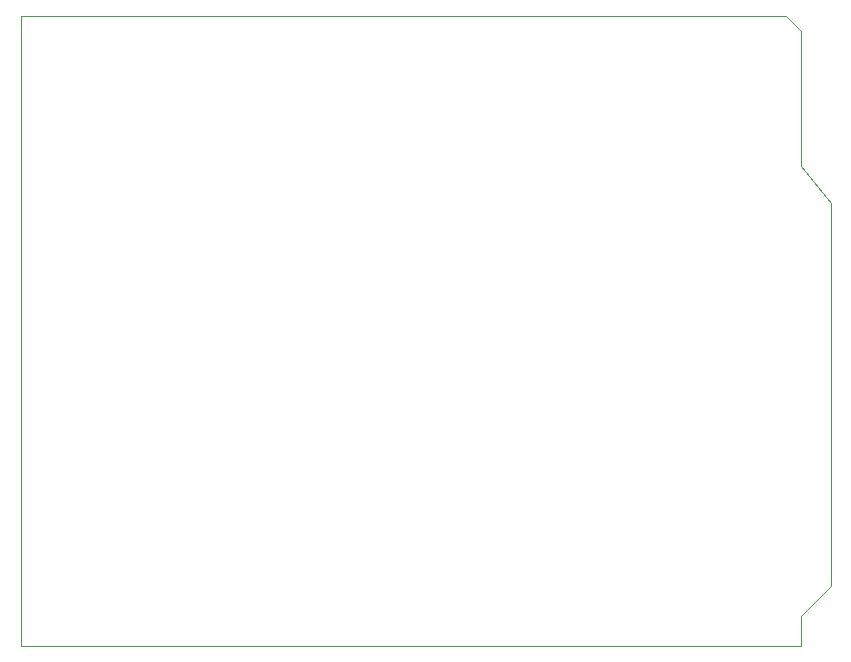
<source format=gbr>
G04 #@! TF.GenerationSoftware,KiCad,Pcbnew,(5.1.5)-3*
G04 #@! TF.CreationDate,2020-03-13T10:57:18-04:00*
G04 #@! TF.ProjectId,StupidDogFocuserPCB,53747570-6964-4446-9f67-466f63757365,1*
G04 #@! TF.SameCoordinates,Original*
G04 #@! TF.FileFunction,Profile,NP*
%FSLAX46Y46*%
G04 Gerber Fmt 4.6, Leading zero omitted, Abs format (unit mm)*
G04 Created by KiCad (PCBNEW (5.1.5)-3) date 2020-03-13 10:57:18*
%MOMM*%
%LPD*%
G04 APERTURE LIST*
%ADD10C,0.050000*%
G04 APERTURE END LIST*
D10*
X95250000Y-110490000D02*
X95250000Y-57150000D01*
X161290000Y-110490000D02*
X161290000Y-107950000D01*
X161290000Y-110490000D02*
X95250000Y-110490000D01*
X161290000Y-109855000D02*
X161290000Y-109855000D01*
X163830000Y-105410000D02*
X161290000Y-107950000D01*
X163830000Y-73025000D02*
X163830000Y-105410000D01*
X161290000Y-69850000D02*
X163830000Y-73025000D01*
X161290000Y-58420000D02*
X161290000Y-69850000D01*
X160020000Y-57150000D02*
X161290000Y-58420000D01*
X95250000Y-57150000D02*
X160020000Y-57150000D01*
M02*

</source>
